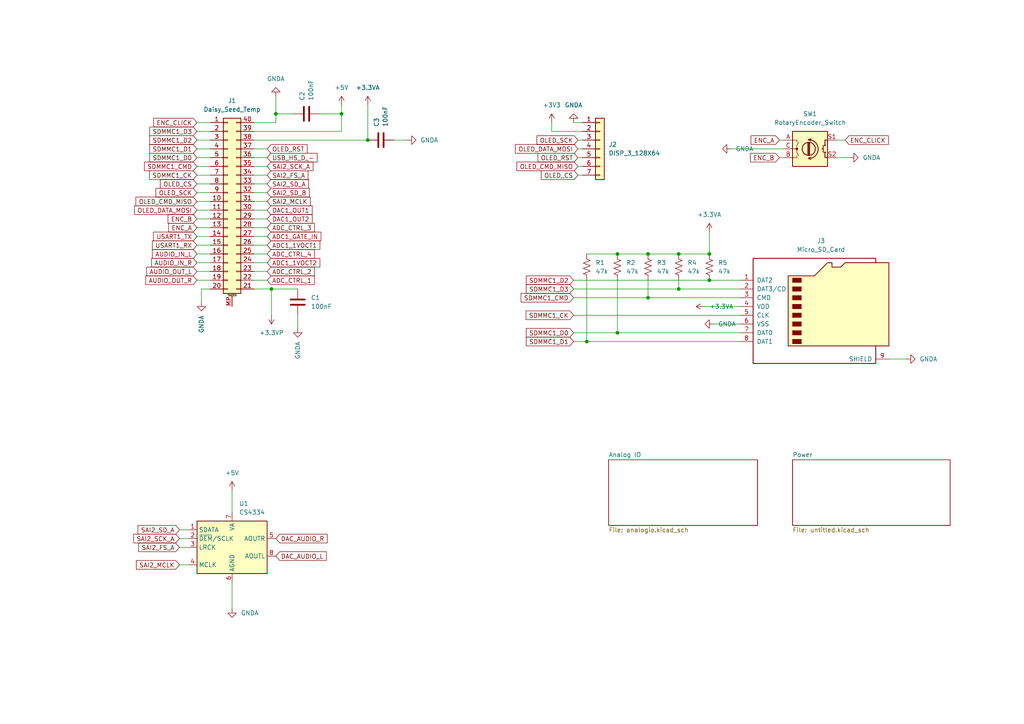
<source format=kicad_sch>
(kicad_sch (version 20211123) (generator eeschema)
  (paper "A4")
  (lib_symbols
    (symbol "Audio:CS4334"
      (property "Reference" "U" (at -10.16 8.89 0))
      (property "Value" "CS4334" (at 6.35 -8.89 0))
      (symbol "CS4334_0_1"
        (rectangle (start -10.16 7.62) (end 10.16 -7.62) (stroke (width 0.254)) (fill (type background)))
      )
      (symbol "CS4334_1_1"
        (pin input line (at -12.7 5.08 0) (length 2.54) (name "SDATA") (number "1"))
        (pin input line (at -12.7 2.54 0) (length 2.54) (name "~{DEM}/SCLK") (number "2"))
        (pin input line (at -12.7 0 0) (length 2.54) (name "LRCK") (number "3"))
        (pin input line (at -12.7 -5.08 0) (length 2.54) (name "MCLK") (number "4"))
        (pin output line (at 12.7 2.54 180) (length 2.54) (name "AOUTR") (number "5"))
        (pin power_in line (at 0 -10.16 90) (length 2.54) (name "AGND") (number "6"))
        (pin power_in line (at 0 10.16 270) (length 2.54) (name "VA") (number "7"))
        (pin output line (at 12.7 -2.54 180) (length 2.54) (name "AOUTL") (number "8"))
      )
    )
    (symbol "Connector:Micro_SD_Card" (pin_names (offset 1.016))
      (property "Reference" "J" (at -16.51 15.24 0))
      (property "Value" "Micro_SD_Card" (at 16.51 15.24 0))
      (symbol "Micro_SD_Card_0_1"
        (rectangle (start -7.62 -9.525) (end -5.08 -10.795) (fill (type outline)))
        (rectangle (start -7.62 -6.985) (end -5.08 -8.255) (fill (type outline)))
        (rectangle (start -7.62 -4.445) (end -5.08 -5.715) (fill (type outline)))
        (rectangle (start -7.62 -1.905) (end -5.08 -3.175) (fill (type outline)))
        (rectangle (start -7.62 0.635) (end -5.08 -0.635) (fill (type outline)))
        (rectangle (start -7.62 3.175) (end -5.08 1.905) (fill (type outline)))
        (rectangle (start -7.62 5.715) (end -5.08 4.445) (fill (type outline)))
        (rectangle (start -7.62 8.255) (end -5.08 6.985) (fill (type outline)))
        (polyline (pts (xy 16.51 12.7) (xy 16.51 13.97) (xy -19.05 13.97) (xy -19.05 -16.51) (xy 16.51 -16.51) (xy 16.51 -11.43)) (stroke (width 0.254)))
        (polyline (pts (xy -8.89 -11.43) (xy -8.89 8.89) (xy -1.27 8.89) (xy 2.54 12.7) (xy 3.81 12.7) (xy 3.81 11.43) (xy 6.35 11.43) (xy 7.62 12.7) (xy 20.32 12.7) (xy 20.32 -11.43) (xy -8.89 -11.43)) (stroke (width 0.254)) (fill (type background)))
      )
      (symbol "Micro_SD_Card_1_1"
        (pin bidirectional line (at -22.86 7.62 0) (length 3.81) (name "DAT2") (number "1"))
        (pin bidirectional line (at -22.86 5.08 0) (length 3.81) (name "DAT3/CD") (number "2"))
        (pin input line (at -22.86 2.54 0) (length 3.81) (name "CMD") (number "3"))
        (pin power_in line (at -22.86 0 0) (length 3.81) (name "VDD") (number "4"))
        (pin input line (at -22.86 -2.54 0) (length 3.81) (name "CLK") (number "5"))
        (pin power_in line (at -22.86 -5.08 0) (length 3.81) (name "VSS") (number "6"))
        (pin bidirectional line (at -22.86 -7.62 0) (length 3.81) (name "DAT0") (number "7"))
        (pin bidirectional line (at -22.86 -10.16 0) (length 3.81) (name "DAT1") (number "8"))
        (pin passive line (at 20.32 -15.24 180) (length 3.81) (name "SHIELD") (number "9"))
      )
    )
    (symbol "Connector_Generic:Conn_01x07" (pin_names (offset 1.016) hide)
      (property "Reference" "J" (at 0 10.16 0))
      (property "Value" "Conn_01x07" (at 0 -10.16 0))
      (symbol "Conn_01x07_1_1"
        (rectangle (start -1.27 -7.493) (end 0 -7.747) (stroke (width 0.1524)))
        (rectangle (start -1.27 -4.953) (end 0 -5.207) (stroke (width 0.1524)))
        (rectangle (start -1.27 -2.413) (end 0 -2.667) (stroke (width 0.1524)))
        (rectangle (start -1.27 0.127) (end 0 -0.127) (stroke (width 0.1524)))
        (rectangle (start -1.27 2.667) (end 0 2.413) (stroke (width 0.1524)))
        (rectangle (start -1.27 5.207) (end 0 4.953) (stroke (width 0.1524)))
        (rectangle (start -1.27 7.747) (end 0 7.493) (stroke (width 0.1524)))
        (rectangle (start -1.27 8.89) (end 1.27 -8.89) (stroke (width 0.254)) (fill (type background)))
        (pin passive line (at -5.08 7.62 0) (length 3.81) (name "Pin_1") (number "1"))
        (pin passive line (at -5.08 5.08 0) (length 3.81) (name "Pin_2") (number "2"))
        (pin passive line (at -5.08 2.54 0) (length 3.81) (name "Pin_3") (number "3"))
        (pin passive line (at -5.08 0 0) (length 3.81) (name "Pin_4") (number "4"))
        (pin passive line (at -5.08 -2.54 0) (length 3.81) (name "Pin_5") (number "5"))
        (pin passive line (at -5.08 -5.08 0) (length 3.81) (name "Pin_6") (number "6"))
        (pin passive line (at -5.08 -7.62 0) (length 3.81) (name "Pin_7") (number "7"))
      )
    )
    (symbol "Connector_Generic_MountingPin:Conn_02x20_Counter_Clockwise_MountingPin" (pin_names (offset 1.016) hide)
      (property "Reference" "J" (at 1.27 25.4 0))
      (property "Value" "Conn_02x20_Counter_Clockwise_MountingPin" (at 2.54 -27.94 0))
      (symbol "Conn_02x20_Counter_Clockwise_MountingPin_1_1"
        (rectangle (start -1.27 -25.273) (end 0 -25.527) (stroke (width 0.1524)))
        (rectangle (start -1.27 -22.733) (end 0 -22.987) (stroke (width 0.1524)))
        (rectangle (start -1.27 -20.193) (end 0 -20.447) (stroke (width 0.1524)))
        (rectangle (start -1.27 -17.653) (end 0 -17.907) (stroke (width 0.1524)))
        (rectangle (start -1.27 -15.113) (end 0 -15.367) (stroke (width 0.1524)))
        (rectangle (start -1.27 -12.573) (end 0 -12.827) (stroke (width 0.1524)))
        (rectangle (start -1.27 -10.033) (end 0 -10.287) (stroke (width 0.1524)))
        (rectangle (start -1.27 -7.493) (end 0 -7.747) (stroke (width 0.1524)))
        (rectangle (start -1.27 -4.953) (end 0 -5.207) (stroke (width 0.1524)))
        (rectangle (start -1.27 -2.413) (end 0 -2.667) (stroke (width 0.1524)))
        (rectangle (start -1.27 0.127) (end 0 -0.127) (stroke (width 0.1524)))
        (rectangle (start -1.27 2.667) (end 0 2.413) (stroke (width 0.1524)))
        (rectangle (start -1.27 5.207) (end 0 4.953) (stroke (width 0.1524)))
        (rectangle (start -1.27 7.747) (end 0 7.493) (stroke (width 0.1524)))
        (rectangle (start -1.27 10.287) (end 0 10.033) (stroke (width 0.1524)))
        (rectangle (start -1.27 12.827) (end 0 12.573) (stroke (width 0.1524)))
        (rectangle (start -1.27 15.367) (end 0 15.113) (stroke (width 0.1524)))
        (rectangle (start -1.27 17.907) (end 0 17.653) (stroke (width 0.1524)))
        (rectangle (start -1.27 20.447) (end 0 20.193) (stroke (width 0.1524)))
        (rectangle (start -1.27 22.987) (end 0 22.733) (stroke (width 0.1524)))
        (rectangle (start -1.27 24.13) (end 3.81 -26.67) (stroke (width 0.254)) (fill (type background)))
        (polyline (pts (xy 0.254 -27.432) (xy 2.286 -27.432)) (stroke (width 0.1524)))
        (rectangle (start 3.81 -25.273) (end 2.54 -25.527) (stroke (width 0.1524)))
        (rectangle (start 3.81 -22.733) (end 2.54 -22.987) (stroke (width 0.1524)))
        (rectangle (start 3.81 -20.193) (end 2.54 -20.447) (stroke (width 0.1524)))
        (rectangle (start 3.81 -17.653) (end 2.54 -17.907) (stroke (width 0.1524)))
        (rectangle (start 3.81 -15.113) (end 2.54 -15.367) (stroke (width 0.1524)))
        (rectangle (start 3.81 -12.573) (end 2.54 -12.827) (stroke (width 0.1524)))
        (rectangle (start 3.81 -10.033) (end 2.54 -10.287) (stroke (width 0.1524)))
        (rectangle (start 3.81 -7.493) (end 2.54 -7.747) (stroke (width 0.1524)))
        (rectangle (start 3.81 -4.953) (end 2.54 -5.207) (stroke (width 0.1524)))
        (rectangle (start 3.81 -2.413) (end 2.54 -2.667) (stroke (width 0.1524)))
        (rectangle (start 3.81 0.127) (end 2.54 -0.127) (stroke (width 0.1524)))
        (rectangle (start 3.81 2.667) (end 2.54 2.413) (stroke (width 0.1524)))
        (rectangle (start 3.81 5.207) (end 2.54 4.953) (stroke (width 0.1524)))
        (rectangle (start 3.81 7.747) (end 2.54 7.493) (stroke (width 0.1524)))
        (rectangle (start 3.81 10.287) (end 2.54 10.033) (stroke (width 0.1524)))
        (rectangle (start 3.81 12.827) (end 2.54 12.573) (stroke (width 0.1524)))
        (rectangle (start 3.81 15.367) (end 2.54 15.113) (stroke (width 0.1524)))
        (rectangle (start 3.81 17.907) (end 2.54 17.653) (stroke (width 0.1524)))
        (rectangle (start 3.81 20.447) (end 2.54 20.193) (stroke (width 0.1524)))
        (rectangle (start 3.81 22.987) (end 2.54 22.733) (stroke (width 0.1524)))
        (text "Mounting" (at 1.27 -27.051 0) (effects (font (size 0.381 0.381))))
        (pin passive line (at -5.08 22.86 0) (length 3.81) (name "Pin_1") (number "1"))
        (pin passive line (at -5.08 0 0) (length 3.81) (name "Pin_10") (number "10"))
        (pin passive line (at -5.08 -2.54 0) (length 3.81) (name "Pin_11") (number "11"))
        (pin passive line (at -5.08 -5.08 0) (length 3.81) (name "Pin_12") (number "12"))
        (pin passive line (at -5.08 -7.62 0) (length 3.81) (name "Pin_13") (number "13"))
        (pin passive line (at -5.08 -10.16 0) (length 3.81) (name "Pin_14") (number "14"))
        (pin passive line (at -5.08 -12.7 0) (length 3.81) (name "Pin_15") (number "15"))
        (pin passive line (at -5.08 -15.24 0) (length 3.81) (name "Pin_16") (number "16"))
        (pin passive line (at -5.08 -17.78 0) (length 3.81) (name "Pin_17") (number "17"))
        (pin passive line (at -5.08 -20.32 0) (length 3.81) (name "Pin_18") (number "18"))
        (pin passive line (at -5.08 -22.86 0) (length 3.81) (name "Pin_19") (number "19"))
        (pin passive line (at -5.08 20.32 0) (length 3.81) (name "Pin_2") (number "2"))
        (pin passive line (at -5.08 -25.4 0) (length 3.81) (name "Pin_20") (number "20"))
        (pin passive line (at 7.62 -25.4 180) (length 3.81) (name "Pin_21") (number "21"))
        (pin passive line (at 7.62 -22.86 180) (length 3.81) (name "Pin_22") (number "22"))
        (pin passive line (at 7.62 -20.32 180) (length 3.81) (name "Pin_23") (number "23"))
        (pin passive line (at 7.62 -17.78 180) (length 3.81) (name "Pin_24") (number "24"))
        (pin passive line (at 7.62 -15.24 180) (length 3.81) (name "Pin_25") (number "25"))
        (pin passive line (at 7.62 -12.7 180) (length 3.81) (name "Pin_26") (number "26"))
        (pin passive line (at 7.62 -10.16 180) (length 3.81) (name "Pin_27") (number "27"))
        (pin passive line (at 7.62 -7.62 180) (length 3.81) (name "Pin_28") (number "28"))
        (pin passive line (at 7.62 -5.08 180) (length 3.81) (name "Pin_29") (number "29"))
        (pin passive line (at -5.08 17.78 0) (length 3.81) (name "Pin_3") (number "3"))
        (pin passive line (at 7.62 -2.54 180) (length 3.81) (name "Pin_30") (number "30"))
        (pin passive line (at 7.62 0 180) (length 3.81) (name "Pin_31") (number "31"))
        (pin passive line (at 7.62 2.54 180) (length 3.81) (name "Pin_32") (number "32"))
        (pin passive line (at 7.62 5.08 180) (length 3.81) (name "Pin_33") (number "33"))
        (pin passive line (at 7.62 7.62 180) (length 3.81) (name "Pin_34") (number "34"))
        (pin passive line (at 7.62 10.16 180) (length 3.81) (name "Pin_35") (number "35"))
        (pin passive line (at 7.62 12.7 180) (length 3.81) (name "Pin_36") (number "36"))
        (pin passive line (at 7.62 15.24 180) (length 3.81) (name "Pin_37") (number "37"))
        (pin passive line (at 7.62 17.78 180) (length 3.81) (name "Pin_38") (number "38"))
        (pin passive line (at 7.62 20.32 180) (length 3.81) (name "Pin_39") (number "39"))
        (pin passive line (at -5.08 15.24 0) (length 3.81) (name "Pin_4") (number "4"))
        (pin passive line (at 7.62 22.86 180) (length 3.81) (name "Pin_40") (number "40"))
        (pin passive line (at -5.08 12.7 0) (length 3.81) (name "Pin_5") (number "5"))
        (pin passive line (at -5.08 10.16 0) (length 3.81) (name "Pin_6") (number "6"))
        (pin passive line (at -5.08 7.62 0) (length 3.81) (name "Pin_7") (number "7"))
        (pin passive line (at -5.08 5.08 0) (length 3.81) (name "Pin_8") (number "8"))
        (pin passive line (at -5.08 2.54 0) (length 3.81) (name "Pin_9") (number "9"))
        (pin passive line (at 1.27 -30.48 90) (length 3.048) (name "MountPin") (number "MP"))
      )
    )
    (symbol "Device:C" (pin_numbers hide) (pin_names (offset 0.254))
      (property "Reference" "C" (at 0.635 2.54 0))
      (property "Value" "C" (at 0.635 -2.54 0))
      (symbol "C_0_1"
        (polyline (pts (xy -2.032 -0.762) (xy 2.032 -0.762)) (stroke (width 0.508)))
        (polyline (pts (xy -2.032 0.762) (xy 2.032 0.762)) (stroke (width 0.508)))
      )
      (symbol "C_1_1"
        (pin passive line (at 0 3.81 270) (length 2.794) (name "~") (number "1"))
        (pin passive line (at 0 -3.81 90) (length 2.794) (name "~") (number "2"))
      )
    )
    (symbol "Device:R_US" (pin_numbers hide) (pin_names (offset 0))
      (property "Reference" "R" (at 2.54 0 90))
      (property "Value" "R_US" (at -2.54 0 90))
      (symbol "R_US_0_1"
        (polyline (pts (xy 0 -2.286) (xy 0 -2.54)))
        (polyline (pts (xy 0 2.286) (xy 0 2.54)))
        (polyline (pts (xy 0 -0.762) (xy 1.016 -1.143) (xy 0 -1.524) (xy -1.016 -1.905) (xy 0 -2.286)))
        (polyline (pts (xy 0 0.762) (xy 1.016 0.381) (xy 0 0) (xy -1.016 -0.381) (xy 0 -0.762)))
        (polyline (pts (xy 0 2.286) (xy 1.016 1.905) (xy 0 1.524) (xy -1.016 1.143) (xy 0 0.762)))
      )
      (symbol "R_US_1_1"
        (pin passive line (at 0 3.81 270) (length 1.27) (name "~") (number "1"))
        (pin passive line (at 0 -3.81 90) (length 1.27) (name "~") (number "2"))
      )
    )
    (symbol "Device:RotaryEncoder_Switch" (pin_names (offset 0.254) hide)
      (property "Reference" "SW" (at 0 6.604 0))
      (property "Value" "RotaryEncoder_Switch" (at 0 -6.604 0))
      (symbol "RotaryEncoder_Switch_0_1"
        (rectangle (start -5.08 5.08) (end 5.08 -5.08) (stroke (width 0.254)) (fill (type background)))
        (circle (center -3.81 0) (radius 0.254) (fill (type outline)))
        (arc (start -0.381 -2.794) (mid 2.3622 -0.0508) (end -0.381 2.667) (stroke (width 0.254)))
        (circle (center -0.381 0) (radius 1.905) (stroke (width 0.254)))
        (polyline (pts (xy -0.635 -1.778) (xy -0.635 1.778)) (stroke (width 0.254)))
        (polyline (pts (xy -0.381 -1.778) (xy -0.381 1.778)) (stroke (width 0.254)))
        (polyline (pts (xy -0.127 1.778) (xy -0.127 -1.778)) (stroke (width 0.254)))
        (polyline (pts (xy 3.81 0) (xy 3.429 0)) (stroke (width 0.254)))
        (polyline (pts (xy 3.81 1.016) (xy 3.81 -1.016)) (stroke (width 0.254)))
        (polyline (pts (xy -5.08 -2.54) (xy -3.81 -2.54) (xy -3.81 -2.032)))
        (polyline (pts (xy -5.08 2.54) (xy -3.81 2.54) (xy -3.81 2.032)))
        (polyline (pts (xy 0.254 -3.048) (xy -0.508 -2.794) (xy 0.127 -2.413)) (stroke (width 0.254)))
        (polyline (pts (xy 0.254 2.921) (xy -0.508 2.667) (xy 0.127 2.286)) (stroke (width 0.254)))
        (polyline (pts (xy 5.08 -2.54) (xy 4.318 -2.54) (xy 4.318 -1.016)) (stroke (width 0.254)))
        (polyline (pts (xy 5.08 2.54) (xy 4.318 2.54) (xy 4.318 1.016)) (stroke (width 0.254)))
        (polyline (pts (xy -5.08 0) (xy -3.81 0) (xy -3.81 -1.016) (xy -3.302 -2.032)))
        (polyline (pts (xy -4.318 0) (xy -3.81 0) (xy -3.81 1.016) (xy -3.302 2.032)))
        (circle (center 4.318 -1.016) (radius 0.127) (stroke (width 0.254)))
        (circle (center 4.318 1.016) (radius 0.127) (stroke (width 0.254)))
      )
      (symbol "RotaryEncoder_Switch_1_1"
        (pin passive line (at -7.62 2.54 0) (length 2.54) (name "A") (number "A"))
        (pin passive line (at -7.62 -2.54 0) (length 2.54) (name "B") (number "B"))
        (pin passive line (at -7.62 0 0) (length 2.54) (name "C") (number "C"))
        (pin passive line (at 7.62 2.54 180) (length 2.54) (name "S1") (number "S1"))
        (pin passive line (at 7.62 -2.54 180) (length 2.54) (name "S2") (number "S2"))
      )
    )
    (symbol "power:+3.3V" (power) (pin_names (offset 0))
      (property "Value" "+3.3V" (at 0 3.556 0))
      (symbol "+3.3V_0_1"
        (polyline (pts (xy -0.762 1.27) (xy 0 2.54)))
        (polyline (pts (xy 0 0) (xy 0 2.54)))
        (polyline (pts (xy 0 2.54) (xy 0.762 1.27)))
      )
      (symbol "+3.3V_1_1"
        (pin power_in line (at 0 0 90) (length 0) hide (name "+3V3") (number "1"))
      )
    )
    (symbol "power:+3.3VA" (power) (pin_names (offset 0))
      (property "Value" "+3.3VA" (at 0 3.556 0))
      (symbol "+3.3VA_0_1"
        (polyline (pts (xy -0.762 1.27) (xy 0 2.54)))
        (polyline (pts (xy 0 0) (xy 0 2.54)))
        (polyline (pts (xy 0 2.54) (xy 0.762 1.27)))
      )
      (symbol "+3.3VA_1_1"
        (pin power_in line (at 0 0 90) (length 0) hide (name "+3.3VA") (number "1"))
      )
    )
    (symbol "power:+3.3VP" (power) (pin_names (offset 0))
      (property "Value" "+3.3VP" (at 0 2.54 0))
      (symbol "+3.3VP_0_0"
        (pin power_in line (at 0 0 90) (length 0) hide (name "+3.3VP") (number "1"))
      )
      (symbol "+3.3VP_0_1"
        (polyline (pts (xy -0.762 1.27) (xy 0 2.54)))
        (polyline (pts (xy 0 0) (xy 0 2.54)))
        (polyline (pts (xy 0 2.54) (xy 0.762 1.27)))
      )
    )
    (symbol "power:+5V" (power) (pin_names (offset 0))
      (property "Value" "+5V" (at 0 3.556 0))
      (symbol "+5V_0_1"
        (polyline (pts (xy -0.762 1.27) (xy 0 2.54)))
        (polyline (pts (xy 0 0) (xy 0 2.54)))
        (polyline (pts (xy 0 2.54) (xy 0.762 1.27)))
      )
      (symbol "+5V_1_1"
        (pin power_in line (at 0 0 90) (length 0) hide (name "+5V") (number "1"))
      )
    )
    (symbol "power:GNDA" (power) (pin_names (offset 0))
      (property "Value" "GNDA" (at 0 -3.81 0))
      (symbol "GNDA_0_1"
        (polyline (pts (xy 0 0) (xy 0 -1.27) (xy 1.27 -1.27) (xy 0 -2.54) (xy -1.27 -1.27) (xy 0 -1.27)))
      )
      (symbol "GNDA_1_1"
        (pin power_in line (at 0 0 270) (length 0) hide (name "GNDA") (number "1"))
      )
    )
  )
  (junction (at 187.96 86.36))
  (junction (at 80.01 33.02))
  (junction (at 170.18 99.06))
  (junction (at 196.85 83.82))
  (junction (at 78.74 83.82))
  (junction (at 99.06 33.02))
  (junction (at 187.96 73.66))
  (junction (at 196.85 73.66))
  (junction (at 205.74 73.66))
  (junction (at 205.74 81.28))
  (junction (at 179.07 73.66))
  (junction (at 106.68 40.64))
  (junction (at 179.07 96.52))
  (wire (pts (xy 73.66 50.8) (xy 77.47 50.8)))
  (wire (pts (xy 52.07 153.67) (xy 54.61 153.67)))
  (wire (pts (xy 67.31 168.91) (xy 67.31 176.53)))
  (wire (pts (xy 166.37 86.36) (xy 187.96 86.36)))
  (wire (pts (xy 166.37 81.28) (xy 205.74 81.28)))
  (wire (pts (xy 73.66 71.12) (xy 77.47 71.12)))
  (wire (pts (xy 52.07 156.21) (xy 54.61 156.21)))
  (wire (pts (xy 73.66 38.1) (xy 99.06 38.1)))
  (wire (pts (xy 73.66 81.28) (xy 77.47 81.28)))
  (wire (pts (xy 52.07 163.83) (xy 54.61 163.83)))
  (wire (pts (xy 73.66 35.56) (xy 80.01 35.56)))
  (wire (pts (xy 73.66 68.58) (xy 77.47 68.58)))
  (wire (pts (xy 57.15 60.96) (xy 60.96 60.96)))
  (wire (pts (xy 170.18 73.66) (xy 179.07 73.66)))
  (wire (pts (xy 166.37 96.52) (xy 179.07 96.52)))
  (wire (pts (xy 179.07 81.28) (xy 179.07 96.52)))
  (wire (pts (xy 196.85 83.82) (xy 214.63 83.82)))
  (wire (pts (xy 73.66 83.82) (xy 78.74 83.82)))
  (wire (pts (xy 205.74 67.31) (xy 205.74 73.66)))
  (wire (pts (xy 57.15 78.74) (xy 60.96 78.74)))
  (wire (pts (xy 57.15 66.04) (xy 60.96 66.04)))
  (wire (pts (xy 73.66 40.64) (xy 106.68 40.64)))
  (wire (pts (xy 207.01 93.98) (xy 214.63 93.98)))
  (wire (pts (xy 242.57 45.72) (xy 246.38 45.72)))
  (wire (pts (xy 170.18 99.06) (xy 214.63 99.06)))
  (wire (pts (xy 73.66 43.18) (xy 77.47 43.18)))
  (wire (pts (xy 80.01 27.94) (xy 80.01 33.02)))
  (wire (pts (xy 73.66 73.66) (xy 77.47 73.66)))
  (wire (pts (xy 73.66 63.5) (xy 77.47 63.5)))
  (wire (pts (xy 257.81 104.14) (xy 262.89 104.14)))
  (wire (pts (xy 80.01 35.56) (xy 80.01 33.02)))
  (wire (pts (xy 160.02 38.1) (xy 160.02 35.56)))
  (wire (pts (xy 57.15 53.34) (xy 60.96 53.34)))
  (wire (pts (xy 78.74 83.82) (xy 86.36 83.82)))
  (wire (pts (xy 73.66 48.26) (xy 77.47 48.26)))
  (wire (pts (xy 86.36 91.44) (xy 86.36 95.25)))
  (wire (pts (xy 57.15 38.1) (xy 60.96 38.1)))
  (wire (pts (xy 179.07 73.66) (xy 187.96 73.66)))
  (wire (pts (xy 57.15 55.88) (xy 60.96 55.88)))
  (wire (pts (xy 167.64 48.26) (xy 168.91 48.26)))
  (wire (pts (xy 57.15 40.64) (xy 60.96 40.64)))
  (wire (pts (xy 73.66 76.2) (xy 77.47 76.2)))
  (wire (pts (xy 57.15 48.26) (xy 60.96 48.26)))
  (wire (pts (xy 73.66 58.42) (xy 77.47 58.42)))
  (wire (pts (xy 73.66 45.72) (xy 77.47 45.72)))
  (wire (pts (xy 67.31 142.24) (xy 67.31 148.59)))
  (wire (pts (xy 73.66 60.96) (xy 77.47 60.96)))
  (wire (pts (xy 52.07 158.75) (xy 54.61 158.75)))
  (wire (pts (xy 114.3 40.64) (xy 118.11 40.64)))
  (wire (pts (xy 57.15 58.42) (xy 60.96 58.42)))
  (wire (pts (xy 106.68 40.64) (xy 106.68 30.48)))
  (wire (pts (xy 92.71 33.02) (xy 99.06 33.02)))
  (wire (pts (xy 60.96 83.82) (xy 58.42 83.82)))
  (wire (pts (xy 166.37 83.82) (xy 196.85 83.82)))
  (wire (pts (xy 187.96 81.28) (xy 187.96 86.36)))
  (wire (pts (xy 80.01 33.02) (xy 85.09 33.02)))
  (wire (pts (xy 226.06 40.64) (xy 227.33 40.64)))
  (wire (pts (xy 167.64 45.72) (xy 168.91 45.72)))
  (wire (pts (xy 57.15 71.12) (xy 60.96 71.12)))
  (wire (pts (xy 57.15 35.56) (xy 60.96 35.56)))
  (wire (pts (xy 78.74 83.82) (xy 78.74 91.44)))
  (wire (pts (xy 57.15 81.28) (xy 60.96 81.28)))
  (wire (pts (xy 73.66 53.34) (xy 77.47 53.34)))
  (wire (pts (xy 167.64 43.18) (xy 168.91 43.18)))
  (wire (pts (xy 166.37 35.56) (xy 168.91 35.56)))
  (wire (pts (xy 179.07 96.52) (xy 214.63 96.52)))
  (wire (pts (xy 57.15 43.18) (xy 60.96 43.18)))
  (wire (pts (xy 73.66 55.88) (xy 77.47 55.88)))
  (wire (pts (xy 187.96 86.36) (xy 214.63 86.36)))
  (wire (pts (xy 212.09 43.18) (xy 227.33 43.18)))
  (wire (pts (xy 204.47 88.9) (xy 214.63 88.9)))
  (wire (pts (xy 167.64 40.64) (xy 168.91 40.64)))
  (wire (pts (xy 242.57 40.64) (xy 245.11 40.64)))
  (wire (pts (xy 58.42 83.82) (xy 58.42 87.63)))
  (wire (pts (xy 57.15 68.58) (xy 60.96 68.58)))
  (wire (pts (xy 226.06 45.72) (xy 227.33 45.72)))
  (wire (pts (xy 73.66 66.04) (xy 77.47 66.04)))
  (wire (pts (xy 57.15 50.8) (xy 60.96 50.8)))
  (wire (pts (xy 196.85 81.28) (xy 196.85 83.82)))
  (wire (pts (xy 166.37 91.44) (xy 214.63 91.44)))
  (wire (pts (xy 99.06 33.02) (xy 99.06 30.48)))
  (wire (pts (xy 57.15 45.72) (xy 60.96 45.72)))
  (wire (pts (xy 57.15 73.66) (xy 60.96 73.66)))
  (wire (pts (xy 196.85 73.66) (xy 205.74 73.66)))
  (wire (pts (xy 166.37 99.06) (xy 170.18 99.06)))
  (wire (pts (xy 170.18 81.28) (xy 170.18 99.06)))
  (wire (pts (xy 187.96 73.66) (xy 196.85 73.66)))
  (wire (pts (xy 99.06 38.1) (xy 99.06 33.02)))
  (wire (pts (xy 168.91 38.1) (xy 160.02 38.1)))
  (wire (pts (xy 73.66 78.74) (xy 77.47 78.74)))
  (wire (pts (xy 57.15 76.2) (xy 60.96 76.2)))
  (wire (pts (xy 57.15 63.5) (xy 60.96 63.5)))
  (wire (pts (xy 167.64 50.8) (xy 168.91 50.8)))
  (wire (pts (xy 205.74 81.28) (xy 214.63 81.28)))
  (global_label "ADC_CTRL_3" (shape input) (at 77.47 66.04 0) (property "Intersheet References" "${INTERSHEET_REFS}" (effects hide)))
  (global_label "DAC1_OUT2" (shape input) (at 77.47 63.5 0) (property "Intersheet References" "${INTERSHEET_REFS}" (effects hide)))
  (global_label "AUDIO_IN_R" (shape input) (at 57.15 76.2 180) (property "Intersheet References" "${INTERSHEET_REFS}" (effects hide)))
  (global_label "ADC_CTRL_1" (shape input) (at 77.47 81.28 0) (property "Intersheet References" "${INTERSHEET_REFS}" (effects hide)))
  (global_label "ADC1_1VOCT2" (shape input) (at 77.47 76.2 0) (property "Intersheet References" "${INTERSHEET_REFS}" (effects hide)))
  (global_label "AUDIO_OUT_R" (shape input) (at 57.15 81.28 180) (property "Intersheet References" "${INTERSHEET_REFS}" (effects hide)))
  (global_label "OLED_SCK" (shape input) (at 167.64 40.64 180) (property "Intersheet References" "${INTERSHEET_REFS}" (effects hide)))
  (global_label "USART1_RX" (shape input) (at 57.15 71.12 180) (property "Intersheet References" "${INTERSHEET_REFS}" (effects hide)))
  (global_label "SAI2_SD_B" (shape input) (at 77.47 55.88 0) (property "Intersheet References" "${INTERSHEET_REFS}" (effects hide)))
  (global_label "ADC1_GATE_IN" (shape input) (at 77.47 68.58 0) (property "Intersheet References" "${INTERSHEET_REFS}" (effects hide)))
  (global_label "ADC_CTRL_4" (shape input) (at 77.47 73.66 0) (property "Intersheet References" "${INTERSHEET_REFS}" (effects hide)))
  (global_label "ADC_CTRL_2" (shape input) (at 77.47 78.74 0) (property "Intersheet References" "${INTERSHEET_REFS}" (effects hide)))
  (global_label "SAI2_MCLK" (shape input) (at 77.47 58.42 0) (property "Intersheet References" "${INTERSHEET_REFS}" (effects hide)))
  (global_label "SAI2_MCLK" (shape input) (at 52.07 163.83 180) (property "Intersheet References" "${INTERSHEET_REFS}" (effects hide)))
  (global_label "OLED_CMD_MISO" (shape input) (at 167.64 48.26 180) (property "Intersheet References" "${INTERSHEET_REFS}" (effects hide)))
  (global_label "ADC1_1VOCT1" (shape input) (at 77.47 71.12 0) (property "Intersheet References" "${INTERSHEET_REFS}" (effects hide)))
  (global_label "SAI2_SD_A" (shape input) (at 77.47 53.34 0) (property "Intersheet References" "${INTERSHEET_REFS}" (effects hide)))
  (global_label "OLED_RST" (shape input) (at 167.64 45.72 180) (property "Intersheet References" "${INTERSHEET_REFS}" (effects hide)))
  (global_label "SAI2_SCK_A" (shape input) (at 77.47 48.26 0) (property "Intersheet References" "${INTERSHEET_REFS}" (effects hide)))
  (global_label "AUDIO_IN_L" (shape input) (at 57.15 73.66 180) (property "Intersheet References" "${INTERSHEET_REFS}" (effects hide)))
  (global_label "ENC_B" (shape input) (at 57.15 63.5 180) (property "Intersheet References" "${INTERSHEET_REFS}" (effects hide)))
  (global_label "OLED_CS" (shape input) (at 57.15 53.34 180) (property "Intersheet References" "${INTERSHEET_REFS}" (effects hide)))
  (global_label "SDMMC1_D0" (shape input) (at 57.15 45.72 180) (property "Intersheet References" "${INTERSHEET_REFS}" (effects hide)))
  (global_label "SAI2_FS_A" (shape input) (at 77.47 50.8 0) (property "Intersheet References" "${INTERSHEET_REFS}" (effects hide)))
  (global_label "SDMMC1_CMD" (shape input) (at 57.15 48.26 180) (property "Intersheet References" "${INTERSHEET_REFS}" (effects hide)))
  (global_label "ENC_A" (shape input) (at 57.15 66.04 180) (property "Intersheet References" "${INTERSHEET_REFS}" (effects hide)))
  (global_label "SDMMC1_D2" (shape input) (at 166.37 81.28 180) (property "Intersheet References" "${INTERSHEET_REFS}" (effects hide)))
  (global_label "SDMMC1_CMD" (shape input) (at 166.37 86.36 180) (property "Intersheet References" "${INTERSHEET_REFS}" (effects hide)))
  (global_label "SDMMC1_D3" (shape input) (at 57.15 38.1 180) (property "Intersheet References" "${INTERSHEET_REFS}" (effects hide)))
  (global_label "DAC_AUDIO_R" (shape input) (at 80.01 156.21 0) (property "Intersheet References" "${INTERSHEET_REFS}" (effects hide)))
  (global_label "ENC_CLICK" (shape input) (at 57.15 35.56 180) (property "Intersheet References" "${INTERSHEET_REFS}" (effects hide)))
  (global_label "AUDIO_OUT_L" (shape input) (at 57.15 78.74 180) (property "Intersheet References" "${INTERSHEET_REFS}" (effects hide)))
  (global_label "SDMMC1_D1" (shape input) (at 57.15 43.18 180) (property "Intersheet References" "${INTERSHEET_REFS}" (effects hide)))
  (global_label "USB_HS_D_-" (shape input) (at 77.47 45.72 0) (property "Intersheet References" "${INTERSHEET_REFS}" (effects hide)))
  (global_label "OLED_CMD_MISO" (shape input) (at 57.15 58.42 180) (property "Intersheet References" "${INTERSHEET_REFS}" (effects hide)))
  (global_label "OLED_CS" (shape input) (at 167.64 50.8 180) (property "Intersheet References" "${INTERSHEET_REFS}" (effects hide)))
  (global_label "OLED_SCK" (shape input) (at 57.15 55.88 180) (property "Intersheet References" "${INTERSHEET_REFS}" (effects hide)))
  (global_label "SDMMC1_D3" (shape input) (at 166.37 83.82 180) (property "Intersheet References" "${INTERSHEET_REFS}" (effects hide)))
  (global_label "ENC_B" (shape input) (at 226.06 45.72 180) (property "Intersheet References" "${INTERSHEET_REFS}" (effects hide)))
  (global_label "DAC_AUDIO_L" (shape input) (at 80.01 161.29 0) (property "Intersheet References" "${INTERSHEET_REFS}" (effects hide)))
  (global_label "OLED_RST" (shape input) (at 77.47 43.18 0) (property "Intersheet References" "${INTERSHEET_REFS}" (effects hide)))
  (global_label "USART1_TX" (shape input) (at 57.15 68.58 180) (property "Intersheet References" "${INTERSHEET_REFS}" (effects hide)))
  (global_label "SDMMC1_D2" (shape input) (at 57.15 40.64 180) (property "Intersheet References" "${INTERSHEET_REFS}" (effects hide)))
  (global_label "ENC_A" (shape input) (at 226.06 40.64 180) (property "Intersheet References" "${INTERSHEET_REFS}" (effects hide)))
  (global_label "SDMMC1_D0" (shape input) (at 166.37 96.52 180) (property "Intersheet References" "${INTERSHEET_REFS}" (effects hide)))
  (global_label "SDMMC1_CK" (shape input) (at 57.15 50.8 180) (property "Intersheet References" "${INTERSHEET_REFS}" (effects hide)))
  (global_label "SDMMC1_D1" (shape input) (at 166.37 99.06 180) (property "Intersheet References" "${INTERSHEET_REFS}" (effects hide)))
  (global_label "OLED_DATA_MOSI" (shape input) (at 57.15 60.96 180) (property "Intersheet References" "${INTERSHEET_REFS}" (effects hide)))
  (global_label "SAI2_SD_A" (shape input) (at 52.07 153.67 180) (property "Intersheet References" "${INTERSHEET_REFS}" (effects hide)))
  (global_label "SAI2_FS_A" (shape input) (at 52.07 158.75 180) (property "Intersheet References" "${INTERSHEET_REFS}" (effects hide)))
  (global_label "OLED_DATA_MOSI" (shape input) (at 167.64 43.18 180) (property "Intersheet References" "${INTERSHEET_REFS}" (effects hide)))
  (global_label "SAI2_SCK_A" (shape input) (at 52.07 156.21 180) (property "Intersheet References" "${INTERSHEET_REFS}" (effects hide)))
  (global_label "SDMMC1_CK" (shape input) (at 166.37 91.44 180) (property "Intersheet References" "${INTERSHEET_REFS}" (effects hide)))
  (global_label "DAC1_OUT1" (shape input) (at 77.47 60.96 0) (property "Intersheet References" "${INTERSHEET_REFS}" (effects hide)))
  (global_label "ENC_CLICK" (shape input) (at 245.11 40.64 0) (property "Intersheet References" "${INTERSHEET_REFS}" (effects hide)))
  (symbol (lib_id "Audio:CS4334") (at 67.31 158.75 0) (unit 1)
    (property "Reference" "U1" (at 69.3294 146.05 0) (effects (justify left)))
    (property "Value" "CS4334" (at 69.3294 148.59 0) (effects (justify left)))
    (property "Footprint" "Package_SO:SOIC-8_3.9x4.9mm_P1.27mm" (effects hide))
    (property "Datasheet" "https://statics.cirrus.com/pubs/proDatasheet/CS4334-5-8-9_F7.pdf" (effects hide))
  )
  (symbol (lib_id "Device:R_US") (at 170.18 77.47 0) (unit 1)
    (property "Reference" "R1" (at 172.72 76.1999 0) (effects (justify left)))
    (property "Value" "47k" (at 172.72 78.7399 0) (effects (justify left)))
    (property "Footprint" "Resistor_SMD:R_0805_2012Metric" (effects hide))
  )
  (symbol (lib_id "power:+3.3VA") (at 205.74 67.31 0) (unit 1)
    (property "Reference" "#PWR0111" (effects hide))
    (property "Value" "+3.3VA" (at 205.74 62.23 0))
  )
  (symbol (lib_id "power:+3.3VA") (at 106.68 30.48 0) (unit 1)
    (property "Reference" "#PWR0101" (effects hide))
    (property "Value" "+3.3VA" (at 106.68 25.4 0))
  )
  (symbol (lib_id "power:GNDA") (at 166.37 35.56 180) (unit 1)
    (property "Reference" "#PWR0116" (effects hide))
    (property "Value" "GNDA" (at 166.37 30.48 0))
  )
  (symbol (lib_id "Device:R_US") (at 196.85 77.47 0) (unit 1)
    (property "Reference" "R4" (at 199.39 76.1999 0) (effects (justify left)))
    (property "Value" "47k" (at 199.39 78.7399 0) (effects (justify left)))
    (property "Footprint" "Resistor_SMD:R_0805_2012Metric" (effects hide))
  )
  (symbol (lib_id "Device:R_US") (at 179.07 77.47 0) (unit 1)
    (property "Reference" "R2" (at 181.61 76.1999 0) (effects (justify left)))
    (property "Value" "47k" (at 181.61 78.7399 0) (effects (justify left)))
    (property "Footprint" "Resistor_SMD:R_0805_2012Metric" (effects hide))
  )
  (symbol (lib_id "power:+3.3VP") (at 78.74 91.44 180) (unit 1)
    (property "Reference" "#PWR0107" (effects hide))
    (property "Value" "+3.3VP" (at 78.74 96.52 0))
  )
  (symbol (lib_id "power:+5V") (at 67.31 142.24 0) (unit 1)
    (property "Reference" "#PWR0109" (effects hide))
    (property "Value" "+5V" (at 67.31 137.16 0))
  )
  (symbol (lib_id "Device:C") (at 86.36 87.63 180) (unit 1)
    (property "Reference" "C1" (at 90.17 86.3599 0) (effects (justify right)))
    (property "Value" "100nF" (at 90.17 88.8999 0) (effects (justify right)))
    (property "Footprint" "Capacitor_SMD:C_0805_2012Metric" (effects hide))
  )
  (symbol (lib_id "Connector:Micro_SD_Card") (at 237.49 88.9 0) (unit 1)
    (property "Reference" "J3" (at 238.125 69.85 0))
    (property "Value" "Micro_SD_Card" (at 238.125 72.39 0))
    (property "Footprint" "Connector_Card:microSD_HC_Wuerth_693072010801" (effects hide))
    (property "Datasheet" "http://katalog.we-online.de/em/datasheet/693072010801.pdf" (effects hide))
  )
  (symbol (lib_id "Device:R_US") (at 187.96 77.47 0) (unit 1)
    (property "Reference" "R3" (at 190.5 76.1999 0) (effects (justify left)))
    (property "Value" "47k" (at 190.5 78.7399 0) (effects (justify left)))
    (property "Footprint" "Resistor_SMD:R_0805_2012Metric" (effects hide))
  )
  (symbol (lib_id "Device:R_US") (at 205.74 77.47 0) (unit 1)
    (property "Reference" "R5" (at 208.28 76.1999 0) (effects (justify left)))
    (property "Value" "47k" (at 208.28 78.7399 0) (effects (justify left)))
    (property "Footprint" "Resistor_SMD:R_0805_2012Metric" (effects hide))
  )
  (symbol (lib_id "power:GNDA") (at 86.36 95.25 0) (unit 1)
    (property "Reference" "#PWR0105" (effects hide))
    (property "Value" "GNDA" (at 86.3601 99.06 90) (effects (justify right)))
  )
  (symbol (lib_id "Device:C") (at 110.49 40.64 270) (unit 1)
    (property "Reference" "C3" (at 109.2199 36.83 0) (effects (justify right)))
    (property "Value" "100nF" (at 111.7599 36.83 0) (effects (justify right)))
    (property "Footprint" "Capacitor_SMD:C_0805_2012Metric" (effects hide))
  )
  (symbol (lib_id "power:GNDA") (at 80.01 27.94 180) (unit 1)
    (property "Reference" "#PWR0103" (effects hide))
    (property "Value" "GNDA" (at 80.01 22.86 0))
  )
  (symbol (lib_id "power:GNDA") (at 262.89 104.14 90) (unit 1)
    (property "Reference" "#PWR0115" (effects hide))
    (property "Value" "GNDA" (at 266.7 104.1399 90) (effects (justify right)))
  )
  (symbol (lib_id "power:GNDA") (at 67.31 176.53 0) (unit 1)
    (property "Reference" "#PWR0106" (effects hide))
    (property "Value" "GNDA" (at 69.85 177.7999 0) (effects (justify left)))
  )
  (symbol (lib_id "Device:C") (at 88.9 33.02 270) (unit 1)
    (property "Reference" "C2" (at 87.6299 29.21 0) (effects (justify right)))
    (property "Value" "100nF" (at 90.1699 29.21 0) (effects (justify right)))
    (property "Footprint" "Capacitor_SMD:C_0805_2012Metric" (effects hide))
  )
  (symbol (lib_id "power:GNDA") (at 207.01 93.98 270) (unit 1)
    (property "Reference" "#PWR0113" (effects hide))
    (property "Value" "GNDA" (at 208.28 93.9799 90) (effects (justify left)))
  )
  (symbol (lib_id "power:GNDA") (at 118.11 40.64 90) (unit 1)
    (property "Reference" "#PWR0102" (effects hide))
    (property "Value" "GNDA" (at 121.92 40.6399 90) (effects (justify right)))
  )
  (symbol (lib_id "power:GNDA") (at 58.42 87.63 0) (unit 1)
    (property "Reference" "#PWR0108" (effects hide))
    (property "Value" "GNDA" (at 58.4201 91.44 90) (effects (justify right)))
  )
  (symbol (lib_id "power:GNDA") (at 246.38 45.72 90) (unit 1)
    (property "Reference" "#PWR0114" (effects hide))
    (property "Value" "GNDA" (at 250.19 45.7199 90) (effects (justify right)))
  )
  (symbol (lib_id "power:+5V") (at 99.06 30.48 0) (unit 1)
    (property "Reference" "#PWR0104" (effects hide))
    (property "Value" "+5V" (at 99.06 25.4 0))
  )
  (symbol (lib_id "Connector_Generic:Conn_01x07") (at 173.99 43.18 0) (unit 1)
    (property "Reference" "J2" (at 176.53 41.9099 0) (effects (justify left)))
    (property "Value" "DISP_3_128X64" (at 176.53 44.4499 0) (effects (justify left)))
    (property "Footprint" "Connector_PinSocket_2.54mm:PinSocket_1x07_P2.54mm_Vertical" (effects hide))
  )
  (symbol (lib_id "power:+3.3V") (at 160.02 35.56 0) (unit 1)
    (property "Reference" "#PWR0117" (effects hide))
    (property "Value" "+3.3V" (at 160.02 30.48 0))
  )
  (symbol (lib_id "power:GNDA") (at 212.09 43.18 270) (unit 1)
    (property "Reference" "#PWR0110" (effects hide))
    (property "Value" "GNDA" (at 213.36 43.1799 90) (effects (justify left)))
  )
  (symbol (lib_id "power:+3.3VA") (at 204.47 88.9 90) (unit 1)
    (property "Reference" "#PWR0112" (effects hide))
    (property "Value" "+3.3VA" (at 205.74 88.8999 90) (effects (justify right)))
  )
  (symbol (lib_id "Device:RotaryEncoder_Switch") (at 234.95 43.18 0) (unit 1)
    (property "Reference" "SW1" (at 234.95 33.02 0))
    (property "Value" "RotaryEncoder_Switch" (at 234.95 35.56 0))
    (property "Footprint" "Rotary_Encoder:RotaryEncoder_Alps_EC11E-Switch_Vertical_H20mm" (effects hide))
  )
  (symbol (lib_id "Connector_Generic_MountingPin:Conn_02x20_Counter_Clockwise_MountingPin") (at 66.04 58.42 0) (unit 1)
    (property "Reference" "J1" (at 67.31 29.21 0))
    (property "Value" "Daisy_Seed_Temp" (at 67.31 31.75 0))
    (property "Footprint" "Package_DIP:DIP-40_W15.24mm_Socket" (effects hide))
  )
  (sheet (at 176.53 133.35) (size 43.18 19.05) (stroke (width 0.1524))
    (property "Sheet name" "Analog IO" (at 176.53 132.6384 0) (effects (justify left bottom)))
    (property "Sheet file" "analogio.kicad_sch" (at 176.53 152.9846 0) (effects (justify left top)))
  )
  (sheet (at 229.87 133.35) (size 45.72 19.05) (stroke (width 0.1524))
    (property "Sheet name" "Power" (at 229.87 132.6384 0) (effects (justify left bottom)))
    (property "Sheet file" "untitled.kicad_sch" (at 229.87 152.9846 0) (effects (justify left top)))
  )
)
</source>
